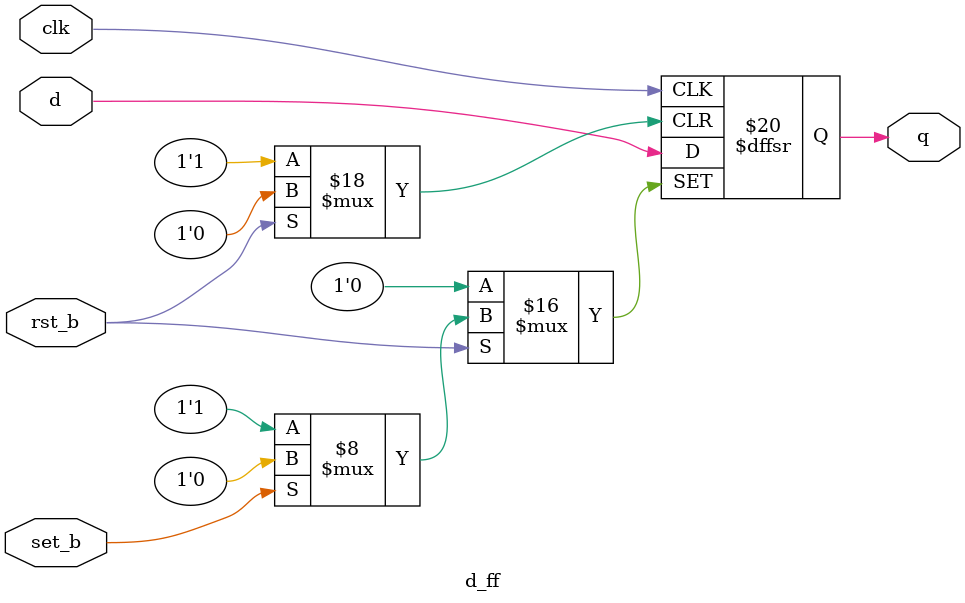
<source format=v>
module d_ff(
  input clk, rst_b, set_b, d,
  output reg q
  );
  
  always @ (posedge clk, negedge rst_b, negedge set_b)
    if (!set_b) q <= 1;
    else if(!rst_b) q <= 0;
    else q <= d;
      
endmodule
</source>
